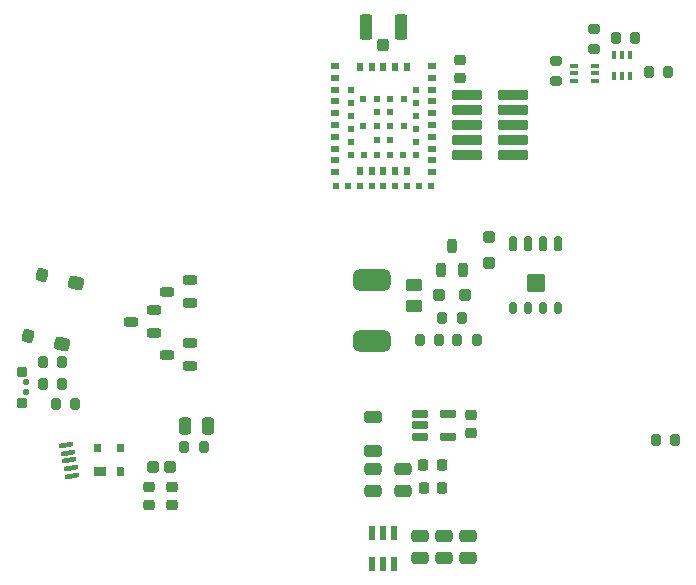
<source format=gtp>
G04 #@! TF.GenerationSoftware,KiCad,Pcbnew,7.0.1-3b83917a11~172~ubuntu22.04.1*
G04 #@! TF.CreationDate,2023-11-06T14:25:17+01:00*
G04 #@! TF.ProjectId,io_coupling_MCU_enhanced,696f5f63-6f75-4706-9c69-6e675f4d4355,rev?*
G04 #@! TF.SameCoordinates,Original*
G04 #@! TF.FileFunction,Paste,Top*
G04 #@! TF.FilePolarity,Positive*
%FSLAX46Y46*%
G04 Gerber Fmt 4.6, Leading zero omitted, Abs format (unit mm)*
G04 Created by KiCad (PCBNEW 7.0.1-3b83917a11~172~ubuntu22.04.1) date 2023-11-06 14:25:17*
%MOMM*%
%LPD*%
G01*
G04 APERTURE LIST*
G04 Aperture macros list*
%AMRoundRect*
0 Rectangle with rounded corners*
0 $1 Rounding radius*
0 $2 $3 $4 $5 $6 $7 $8 $9 X,Y pos of 4 corners*
0 Add a 4 corners polygon primitive as box body*
4,1,4,$2,$3,$4,$5,$6,$7,$8,$9,$2,$3,0*
0 Add four circle primitives for the rounded corners*
1,1,$1+$1,$2,$3*
1,1,$1+$1,$4,$5*
1,1,$1+$1,$6,$7*
1,1,$1+$1,$8,$9*
0 Add four rect primitives between the rounded corners*
20,1,$1+$1,$2,$3,$4,$5,0*
20,1,$1+$1,$4,$5,$6,$7,0*
20,1,$1+$1,$6,$7,$8,$9,0*
20,1,$1+$1,$8,$9,$2,$3,0*%
G04 Aperture macros list end*
%ADD10C,0.010000*%
%ADD11RoundRect,0.200000X-0.200000X-0.275000X0.200000X-0.275000X0.200000X0.275000X-0.200000X0.275000X0*%
%ADD12RoundRect,0.250000X0.475000X-0.250000X0.475000X0.250000X-0.475000X0.250000X-0.475000X-0.250000X0*%
%ADD13RoundRect,0.225000X0.250000X-0.225000X0.250000X0.225000X-0.250000X0.225000X-0.250000X-0.225000X0*%
%ADD14RoundRect,0.200000X0.400000X0.200000X-0.400000X0.200000X-0.400000X-0.200000X0.400000X-0.200000X0*%
%ADD15RoundRect,0.225000X-0.250000X0.225000X-0.250000X-0.225000X0.250000X-0.225000X0.250000X0.225000X0*%
%ADD16R,0.620000X1.220000*%
%ADD17RoundRect,0.250000X0.309613X0.237991X-0.178257X0.347454X-0.309613X-0.237991X0.178257X-0.347454X0*%
%ADD18RoundRect,0.275000X0.426108X0.186231X-0.305698X0.350426X-0.426108X-0.186231X0.305698X-0.350426X0*%
%ADD19RoundRect,0.200000X0.200000X0.275000X-0.200000X0.275000X-0.200000X-0.275000X0.200000X-0.275000X0*%
%ADD20RoundRect,0.060000X-0.615000X0.240000X-0.615000X-0.240000X0.615000X-0.240000X0.615000X0.240000X0*%
%ADD21RoundRect,0.250000X-0.475000X0.250000X-0.475000X-0.250000X0.475000X-0.250000X0.475000X0.250000X0*%
%ADD22RoundRect,0.225000X-0.225000X-0.250000X0.225000X-0.250000X0.225000X0.250000X-0.225000X0.250000X0*%
%ADD23RoundRect,0.242500X-0.257500X-0.242500X0.257500X-0.242500X0.257500X0.242500X-0.257500X0.242500X0*%
%ADD24R,0.700000X0.500000*%
%ADD25R,0.500000X0.700000*%
%ADD26R,0.500000X0.500000*%
%ADD27RoundRect,0.075000X-0.075000X-0.275000X0.075000X-0.275000X0.075000X0.275000X-0.075000X0.275000X0*%
%ADD28RoundRect,0.250000X-0.450000X0.262500X-0.450000X-0.262500X0.450000X-0.262500X0.450000X0.262500X0*%
%ADD29R,1.000000X0.700000*%
%ADD30R,0.600000X0.700000*%
%ADD31RoundRect,0.075000X0.275000X-0.075000X0.275000X0.075000X-0.275000X0.075000X-0.275000X-0.075000X0*%
%ADD32RoundRect,0.200000X0.275000X-0.200000X0.275000X0.200000X-0.275000X0.200000X-0.275000X-0.200000X0*%
%ADD33RoundRect,0.250000X0.250000X0.250000X-0.250000X0.250000X-0.250000X-0.250000X0.250000X-0.250000X0*%
%ADD34RoundRect,0.250000X-0.250000X-0.275000X0.250000X-0.275000X0.250000X0.275000X-0.250000X0.275000X0*%
%ADD35RoundRect,0.262500X-0.262500X-0.837500X0.262500X-0.837500X0.262500X0.837500X-0.262500X0.837500X0*%
%ADD36RoundRect,0.218750X0.218750X0.256250X-0.218750X0.256250X-0.218750X-0.256250X0.218750X-0.256250X0*%
%ADD37RoundRect,0.152500X-0.152500X0.482500X-0.152500X-0.482500X0.152500X-0.482500X0.152500X0.482500X0*%
%ADD38RoundRect,0.075000X-0.675000X0.675000X-0.675000X-0.675000X0.675000X-0.675000X0.675000X0.675000X0*%
%ADD39RoundRect,0.152500X-0.152500X0.357500X-0.152500X-0.357500X0.152500X-0.357500X0.152500X0.357500X0*%
%ADD40RoundRect,0.445000X1.130000X-0.445000X1.130000X0.445000X-1.130000X0.445000X-1.130000X-0.445000X0*%
%ADD41RoundRect,0.250000X-0.250000X-0.475000X0.250000X-0.475000X0.250000X0.475000X-0.250000X0.475000X0*%
%ADD42RoundRect,0.200000X-1.110000X-0.200000X1.110000X-0.200000X1.110000X0.200000X-1.110000X0.200000X0*%
%ADD43RoundRect,0.250000X-0.250000X0.250000X-0.250000X-0.250000X0.250000X-0.250000X0.250000X0.250000X0*%
%ADD44RoundRect,0.100000X0.534438X-0.000898X0.497346X0.195632X-0.534438X0.000898X-0.497346X-0.195632X0*%
%ADD45RoundRect,0.250000X0.500000X-0.250000X0.500000X0.250000X-0.500000X0.250000X-0.500000X-0.250000X0*%
%ADD46RoundRect,0.200000X0.200000X-0.400000X0.200000X0.400000X-0.200000X0.400000X-0.200000X-0.400000X0*%
%ADD47RoundRect,0.212500X0.237500X-0.212500X0.237500X0.212500X-0.237500X0.212500X-0.237500X-0.212500X0*%
%ADD48RoundRect,0.112500X0.137500X-0.112500X0.137500X0.112500X-0.137500X0.112500X-0.137500X-0.112500X0*%
G04 APERTURE END LIST*
D10*
X-27565701Y-4927285D02*
X-28067441Y-4927285D01*
X-28067441Y-4328299D01*
X-27565701Y-4328299D01*
X-27565701Y-4927285D01*
G36*
X-27565701Y-4927285D02*
G01*
X-28067441Y-4927285D01*
X-28067441Y-4328299D01*
X-27565701Y-4328299D01*
X-27565701Y-4927285D01*
G37*
X-27165701Y-6930099D02*
X-28067371Y-6930099D01*
X-28067371Y-6328299D01*
X-27165701Y-6328299D01*
X-27165701Y-6930099D01*
G36*
X-27165701Y-6930099D02*
G01*
X-28067371Y-6930099D01*
X-28067371Y-6328299D01*
X-27165701Y-6328299D01*
X-27165701Y-6930099D01*
G37*
X-25665701Y-6929349D02*
X-26165137Y-6929349D01*
X-26165137Y-6328299D01*
X-25665701Y-6328299D01*
X-25665701Y-6929349D01*
G36*
X-25665701Y-6929349D02*
G01*
X-26165137Y-6929349D01*
X-26165137Y-6328299D01*
X-25665701Y-6328299D01*
X-25665701Y-6929349D01*
G37*
X-25665701Y-4926305D02*
X-26163707Y-4926305D01*
X-26163707Y-4328299D01*
X-25665701Y-4328299D01*
X-25665701Y-4926305D01*
G36*
X-25665701Y-4926305D02*
G01*
X-26163707Y-4926305D01*
X-26163707Y-4328299D01*
X-25665701Y-4328299D01*
X-25665701Y-4926305D01*
G37*
D11*
X2649000Y4459000D03*
X4299000Y4459000D03*
D12*
X1560500Y-13978000D03*
X1560500Y-12078000D03*
D13*
X2925000Y26649000D03*
X2925000Y28199000D03*
D11*
X-20434701Y-4590299D03*
X-18784701Y-4590299D03*
D14*
X-19952000Y7640000D03*
X-19952000Y9540000D03*
X-21952000Y8590000D03*
D12*
X3592500Y-13978000D03*
X3592500Y-12078000D03*
D15*
X-23409701Y-7915299D03*
X-23409701Y-9465299D03*
X-21504701Y-7915299D03*
X-21504701Y-9465299D03*
D16*
X-4596500Y-14455000D03*
X-3646500Y-14455000D03*
X-2696500Y-14455000D03*
X-2696500Y-11855000D03*
X-3646500Y-11855000D03*
X-4596500Y-11855000D03*
D17*
X-33682851Y4841193D03*
X-32522540Y10012622D03*
D18*
X-30804414Y4195359D03*
X-29644103Y9366788D03*
D19*
X21125000Y-4000000D03*
X19475000Y-4000000D03*
D20*
X-496500Y-1782000D03*
X-496500Y-2732000D03*
X-496500Y-3682000D03*
X1873500Y-3682000D03*
X1873500Y-1782000D03*
D11*
X-32425000Y2600000D03*
X-30775000Y2600000D03*
D21*
X-4492500Y-6420000D03*
X-4492500Y-8320000D03*
D22*
X-187500Y-8005000D03*
X1362500Y-8005000D03*
D23*
X-23128701Y-6277299D03*
X-21658701Y-6277299D03*
D24*
X525000Y18699000D03*
X525000Y19699000D03*
X525000Y20699000D03*
X525000Y21699000D03*
X525000Y22699000D03*
X525000Y23699000D03*
X525000Y24699000D03*
X525000Y25699000D03*
X525000Y26699000D03*
X525000Y27699000D03*
D25*
X-1600000Y27624000D03*
X-2600000Y27624000D03*
X-3600000Y27624000D03*
X-4600000Y27624000D03*
X-5600000Y27624000D03*
D24*
X-7725000Y27699000D03*
X-7725000Y26699000D03*
X-7725000Y25699000D03*
X-7725000Y24699000D03*
X-7725000Y23699000D03*
X-7725000Y22699000D03*
X-7725000Y21699000D03*
X-7725000Y20699000D03*
X-7725000Y19699000D03*
X-7725000Y18699000D03*
D25*
X-5600000Y18774000D03*
X-4600000Y18774000D03*
X-3600000Y18774000D03*
X-2600000Y18774000D03*
X-1600000Y18774000D03*
D26*
X-850000Y20149000D03*
X-850000Y21249000D03*
X-850000Y22349000D03*
X-850000Y23449000D03*
X-850000Y24549000D03*
X-850000Y25649000D03*
X-6350000Y25649000D03*
X-6350000Y24549000D03*
X-6350000Y23449000D03*
X-6350000Y22349000D03*
X-6350000Y21249000D03*
X-6350000Y20149000D03*
X-5250000Y20149000D03*
X-4150000Y20149000D03*
X-3050000Y20149000D03*
X-1950000Y20149000D03*
X-7600000Y17549000D03*
X-6600000Y17549000D03*
X-5600000Y17549000D03*
X-4600000Y17549000D03*
X-3600000Y17549000D03*
X-2600000Y17549000D03*
X-1600000Y17549000D03*
X-600000Y17549000D03*
X400000Y17549000D03*
X-3025000Y21474000D03*
X-4175000Y21474000D03*
X-1875000Y22624000D03*
X-3025000Y22624000D03*
X-4175000Y22624000D03*
X-5325000Y22624000D03*
X-3025000Y23774000D03*
X-4175000Y23774000D03*
X-1875000Y24924000D03*
X-3025000Y24924000D03*
X-4175000Y24924000D03*
X-5325000Y24924000D03*
D27*
X15950000Y26811000D03*
X16600000Y26811000D03*
X17250000Y26811000D03*
X17250000Y28589000D03*
X16600000Y28589000D03*
X15950000Y28589000D03*
D19*
X3029000Y6364000D03*
X1379000Y6364000D03*
D11*
X-32425000Y800000D03*
X-30775000Y800000D03*
D28*
X-1014000Y9181500D03*
X-1014000Y7356500D03*
D29*
X-27615701Y-6628299D03*
D30*
X-25915701Y-6628299D03*
X-25915701Y-4628299D03*
X-27815701Y-4628299D03*
D31*
X14337500Y26437500D03*
X14337500Y27087500D03*
X14337500Y27737500D03*
X12559500Y27737500D03*
X12559500Y27087500D03*
X12559500Y26437500D03*
D14*
X-23000000Y5100000D03*
X-23000000Y7000000D03*
X-25000000Y6050000D03*
D32*
X14211000Y29175000D03*
X14211000Y30825000D03*
D33*
X3304000Y8269000D03*
X1104000Y8269000D03*
D11*
X16075000Y30100000D03*
X17725000Y30100000D03*
D32*
X11048500Y26462500D03*
X11048500Y28112500D03*
D34*
X-3600000Y29473800D03*
D35*
X-5075000Y30998800D03*
X-2125000Y30998800D03*
D36*
X1375000Y-6100000D03*
X-200000Y-6100000D03*
D37*
X7395000Y12660000D03*
X11205000Y12660000D03*
X9935000Y12660000D03*
X8665000Y12660000D03*
D38*
X9300000Y9300000D03*
D39*
X11205000Y7195000D03*
X9935000Y7195000D03*
X8665000Y7195000D03*
X7395000Y7195000D03*
D15*
X3812500Y-1830000D03*
X3812500Y-3380000D03*
D40*
X-4600000Y4385000D03*
X-4600000Y9615000D03*
D11*
X-526000Y4459000D03*
X1124000Y4459000D03*
D41*
X-20359701Y-2790299D03*
X-18459701Y-2790299D03*
D42*
X3485000Y25264000D03*
X7365000Y25264000D03*
X3485000Y23994000D03*
X7365000Y23994000D03*
X3485000Y22724000D03*
X7365000Y22724000D03*
X3485000Y21454000D03*
X7365000Y21454000D03*
X3485000Y20184000D03*
X7365000Y20184000D03*
D43*
X5379000Y13179000D03*
X5379000Y10979000D03*
D11*
X18875000Y27200000D03*
X20525000Y27200000D03*
D44*
X-30441099Y-4422553D03*
X-30320550Y-5061276D03*
X-30200000Y-5700000D03*
X-30079450Y-6338724D03*
X-29958901Y-6977447D03*
D14*
X-19952000Y2306000D03*
X-19952000Y4206000D03*
X-21952000Y3256000D03*
D11*
X-31325000Y-900000D03*
X-29675000Y-900000D03*
D12*
X-471500Y-13978000D03*
X-471500Y-12078000D03*
D45*
X-4487500Y-4905000D03*
X-4487500Y-2005000D03*
D46*
X1254000Y10444000D03*
X3154000Y10444000D03*
X2204000Y12444000D03*
D21*
X-1952500Y-6420000D03*
X-1952500Y-8320000D03*
D47*
X-34200000Y-825000D03*
D48*
X-33850000Y75000D03*
X-33850000Y925000D03*
D47*
X-34200000Y1825000D03*
M02*

</source>
